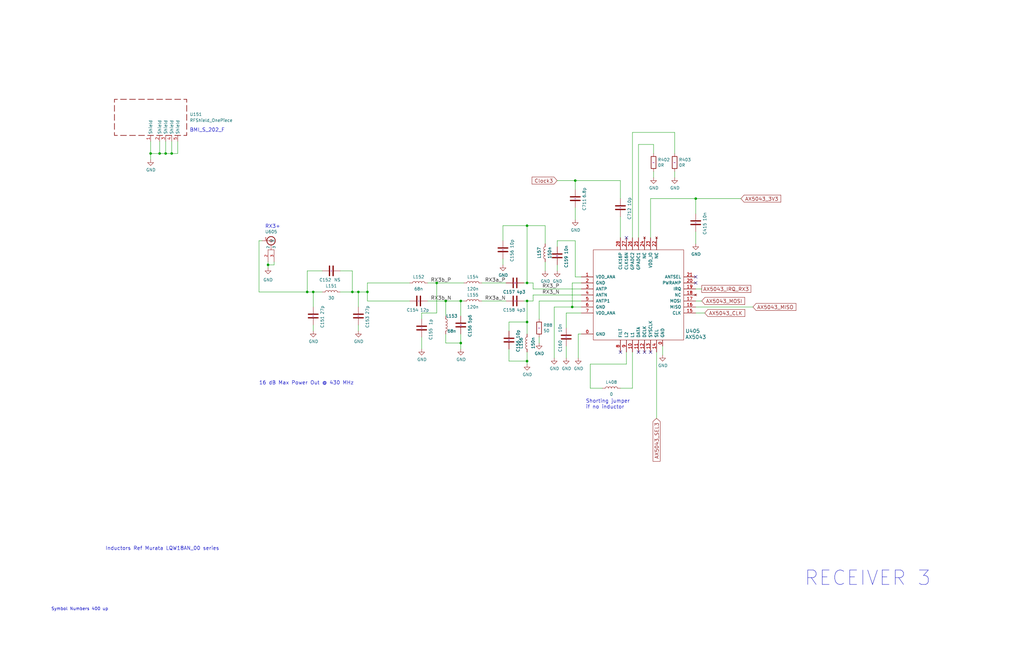
<source format=kicad_sch>
(kicad_sch (version 20230121) (generator eeschema)
  (paper "USLedger")
  (title_block (title "Radiation Tolerant PacSat Communication") (date "2023-06-17") (rev "A") (company "AMSAT-NA") (comment 1 "N5BRG"))
  (lib_symbols
    (symbol "Device:C" (pin_numbers hide) (pin_names (offset 0.254))
      (property "Reference" "C" (at 0.635 2.54 0))
      (property "Value" "C" (at 0.635 -2.54 0))
      (symbol "C_0_1"
        (polyline (pts (xy -2.032 -0.762) (xy 2.032 -0.762)) (stroke (width 0.508)))
        (polyline (pts (xy -2.032 0.762) (xy 2.032 0.762)) (stroke (width 0.508)))
      )
      (symbol "C_1_1"
        (pin passive line (at 0 3.81 270) (length 2.794) (name "~") (number "1"))
        (pin passive line (at 0 -3.81 90) (length 2.794) (name "~") (number "2"))
      )
    )
    (symbol "Device:L" (pin_numbers hide) (pin_names (offset 1.016) hide)
      (property "Reference" "L" (at -1.27 0 90))
      (property "Value" "L" (at 1.905 0 90))
      (symbol "L_0_1"
        (arc (start 0 -2.54) (mid 0.6323 -1.905) (end 0 -1.27))
        (arc (start 0 -1.27) (mid 0.6323 -0.635) (end 0 0))
        (arc (start 0 0) (mid 0.6323 0.635) (end 0 1.27))
        (arc (start 0 1.27) (mid 0.6323 1.905) (end 0 2.54))
      )
      (symbol "L_1_1"
        (pin passive line (at 0 3.81 270) (length 1.27) (name "1") (number "1"))
        (pin passive line (at 0 -3.81 90) (length 1.27) (name "2") (number "2"))
      )
    )
    (symbol "Device:R" (pin_numbers hide) (pin_names (offset 0))
      (property "Reference" "R" (at 2.032 0 90))
      (property "Value" "R" (at 0 0 90))
      (symbol "R_0_1"
        (rectangle (start -1.016 -2.54) (end 1.016 2.54) (stroke (width 0.254)))
      )
      (symbol "R_1_1"
        (pin passive line (at 0 3.81 270) (length 1.27) (name "~") (number "1"))
        (pin passive line (at 0 -3.81 90) (length 1.27) (name "~") (number "2"))
      )
    )
    (symbol "PACSAT_DEV_misc:AX5043" (pin_names (offset 1.016))
      (property "Reference" "U156" (at 16.51 -21.59 0))
      (property "Value" "AX5043" (at -5.08 0 0))
      (symbol "AX5043_0_1"
        (rectangle (start -19.05 19.05) (end 19.05 -19.05))
      )
      (symbol "AX5043_1_1"
        (pin passive line (at -24.13 -16.51 0) (length 5.08) (name "GND") (number "0"))
        (pin power_in line (at 10.16 -21.59 90) (length 2.54) (name "GND") (number "0"))
        (pin passive line (at -24.13 7.62 0) (length 5.08) (name "VDD_ANA") (number "1"))
        (pin passive line (at -2.54 -24.13 90) (length 5.08) (name "L1") (number "10"))
        (pin input line (at 0 -24.13 90) (length 5.08) (name "DATA") (number "11"))
        (pin input line (at 2.54 -24.13 90) (length 5.08) (name "DCLK") (number "12"))
        (pin output line (at 5.08 -24.13 90) (length 5.08) (name "SYSCLK") (number "13"))
        (pin input line (at 7.62 -24.13 90) (length 5.08) (name "SEL") (number "14"))
        (pin input line (at 24.13 -7.62 180) (length 5.08) (name "CLK") (number "15"))
        (pin tri_state line (at 24.13 -5.08 180) (length 5.08) (name "MISO") (number "16"))
        (pin input line (at 24.13 -2.54 180) (length 5.08) (name "MOSI") (number "17"))
        (pin no_connect line (at 24.13 0 180) (length 5.08) (name "NC") (number "18"))
        (pin output line (at 24.13 2.54 180) (length 5.08) (name "IRQ") (number "19"))
        (pin input line (at -24.13 5.08 0) (length 5.08) (name "GND") (number "2"))
        (pin output line (at 24.13 5.08 180) (length 5.08) (name "PWRAMP") (number "20"))
        (pin output line (at 24.13 7.62 180) (length 5.08) (name "ANTSEL") (number "21"))
        (pin no_connect line (at 7.62 24.13 270) (length 5.08) (name "NC") (number "22"))
        (pin passive line (at 5.08 24.13 270) (length 5.08) (name "VDD_IO") (number "23"))
        (pin no_connect line (at 2.54 24.13 270) (length 5.08) (name "NC") (number "24"))
        (pin input line (at 0 24.13 270) (length 5.08) (name "GPADC1") (number "25"))
        (pin input line (at -2.54 24.13 270) (length 5.08) (name "GPADC2") (number "26"))
        (pin passive line (at -5.08 24.13 270) (length 5.08) (name "CLK16N") (number "27"))
        (pin passive line (at -7.62 24.13 270) (length 5.08) (name "CLK16P") (number "28"))
        (pin bidirectional line (at -24.13 2.54 0) (length 5.08) (name "ANTP") (number "3"))
        (pin bidirectional line (at -24.13 0 0) (length 5.08) (name "ANTN") (number "4"))
        (pin output line (at -24.13 -2.54 0) (length 5.08) (name "ANTP1") (number "5"))
        (pin input line (at -24.13 -5.08 0) (length 5.08) (name "GND") (number "6"))
        (pin passive line (at -24.13 -7.62 0) (length 5.08) (name "VDD_ANA") (number "7"))
        (pin passive line (at -7.62 -24.13 90) (length 5.08) (name "FILT") (number "8"))
        (pin passive line (at -5.08 -24.13 90) (length 5.08) (name "L2") (number "9"))
      )
    )
    (symbol "PACSAT_DEV_misc:RF_SHIELD_BOX"
      (property "Reference" "U" (at -15.24 8.89 0))
      (symbol "RF_SHIELD_BOX_0_1"
        (polyline (pts (xy -16.51 -5.08) (xy -16.51 -2.54)) (stroke (width 0.254)))
        (polyline (pts (xy -16.51 -1.27) (xy -16.51 1.27)) (stroke (width 0.254)))
        (polyline (pts (xy -16.51 2.54) (xy -16.51 5.08)) (stroke (width 0.254)))
        (polyline (pts (xy -13.97 7.62) (xy -11.43 7.62)) (stroke (width 0.254)))
        (polyline (pts (xy -11.43 -7.62) (xy -13.97 -7.62)) (stroke (width 0.254)))
        (polyline (pts (xy -7.62 -7.62) (xy -10.16 -7.62)) (stroke (width 0.254)))
        (polyline (pts (xy -7.62 7.62) (xy -10.16 7.62)) (stroke (width 0.254)))
        (polyline (pts (xy -3.81 -7.62) (xy -6.35 -7.62)) (stroke (width 0.254)))
        (polyline (pts (xy -3.81 7.62) (xy -6.35 7.62)) (stroke (width 0.254)))
        (polyline (pts (xy -2.54 -7.62) (xy 0 -7.62)) (stroke (width 0.254)))
        (polyline (pts (xy 0 7.62) (xy -2.54 7.62)) (stroke (width 0.254)))
        (polyline (pts (xy 1.27 -7.62) (xy 3.81 -7.62)) (stroke (width 0.254)))
        (polyline (pts (xy 3.81 7.62) (xy 1.27 7.62)) (stroke (width 0.254)))
        (polyline (pts (xy 5.08 -7.62) (xy 7.62 -7.62)) (stroke (width 0.254)))
        (polyline (pts (xy 7.62 7.62) (xy 5.08 7.62)) (stroke (width 0.254)))
        (polyline (pts (xy 8.89 -7.62) (xy 11.43 -7.62)) (stroke (width 0.254)))
        (polyline (pts (xy 11.43 7.62) (xy 8.89 7.62)) (stroke (width 0.254)))
        (polyline (pts (xy 13.97 -5.08) (xy 13.97 -2.54)) (stroke (width 0.254)))
        (polyline (pts (xy 13.97 -1.27) (xy 13.97 1.27)) (stroke (width 0.254)))
        (polyline (pts (xy 13.97 2.54) (xy 13.97 5.08)) (stroke (width 0.254)))
        (polyline (pts (xy -16.51 6.35) (xy -16.51 7.62) (xy -15.24 7.62)) (stroke (width 0.254)))
        (polyline (pts (xy -15.24 -7.62) (xy -16.51 -7.62) (xy -16.51 -6.35)) (stroke (width 0.254)))
        (polyline (pts (xy 12.7 -7.62) (xy 13.97 -7.62) (xy 13.97 -6.35)) (stroke (width 0.254)))
        (polyline (pts (xy 13.97 6.35) (xy 13.97 7.62) (xy 12.7 7.62)) (stroke (width 0.254)))
      )
      (symbol "RF_SHIELD_BOX_1_1"
        (pin power_in line (at -1.27 -10.16 90) (length 2.54) (name "Shield") (number "1"))
        (pin power_in line (at 2.54 -10.16 90) (length 2.54) (name "Shield") (number "2"))
        (pin power_in line (at 5.08 -10.16 90) (length 2.54) (name "Shield") (number "3"))
        (pin power_in line (at 7.62 -10.16 90) (length 2.54) (name "Shield") (number "4"))
        (pin power_in line (at 10.16 -10.16 90) (length 2.54) (name "Shield") (number "5"))
      )
    )
    (symbol "PACSAT_DEV_misc:U_FL"
      (property "Reference" "U" (at -3.81 2.54 0))
      (symbol "U_FL_0_1"
        (polyline (pts (xy -1.27 -3.81) (xy 1.27 -3.81)))
        (polyline (pts (xy 0 -3.81) (xy 0 -1.778)))
        (circle (center 0 0) (radius 0.508) (stroke (width 0.2032)))
        (circle (center 0 0) (radius 1.778) (stroke (width 0.3048)))
      )
      (symbol "U_FL_1_1"
        (pin bidirectional line (at -3.81 0 0) (length 3.302) (name "In") (number "1"))
        (pin power_in line (at -1.27 -8.89 90) (length 5.08) (name "2") (number "2"))
        (pin power_in line (at 1.27 -8.89 90) (length 5.08) (name "3") (number "3"))
      )
    )
    (symbol "power:GND" (power) (pin_names (offset 0))
      (property "Value" "GND" (at 0 -3.81 0))
      (symbol "GND_0_1"
        (polyline (pts (xy 0 0) (xy 0 -1.27) (xy 1.27 -1.27) (xy 0 -2.54) (xy -1.27 -1.27) (xy 0 -1.27)))
      )
      (symbol "GND_1_1"
        (pin power_in line (at 0 0 270) (length 0) hide (name "GND") (number "1"))
      )
    )
  )
  (junction (at 194.31 144.78))
  (junction (at 222.25 135.89))
  (junction (at 151.13 123.19))
  (junction (at 154.94 123.19))
  (junction (at 63.5 64.77))
  (junction (at 222.25 127))
  (junction (at 194.31 127))
  (junction (at 187.96 127))
  (junction (at 148.59 123.19))
  (junction (at 69.85 64.77))
  (junction (at 241.3 129.54))
  (junction (at 242.57 76.2))
  (junction (at 72.39 64.77))
  (junction (at 67.31 64.77))
  (junction (at 222.25 95.25))
  (junction (at 184.15 119.38))
  (junction (at 222.25 152.4))
  (junction (at 222.25 119.38))
  (junction (at 132.08 123.19))
  (junction (at 113.03 111.76))
  (junction (at 129.54 123.19))
  (junction (at 293.37 83.82))
  (no_connect (at 271.78 148.59))
  (no_connect (at 261.62 148.59))
  (no_connect (at 264.16 100.33))
  (no_connect (at 293.37 116.84))
  (no_connect (at 274.32 148.59))
  (no_connect (at 269.24 148.59))
  (no_connect (at 293.37 119.38))
  (wire (pts (xy 242.57 116.84) (xy 242.57 101.6)))
  (wire (pts (xy 194.31 127) (xy 195.58 127)))
  (wire (pts (xy 154.94 119.38) (xy 172.72 119.38)))
  (wire (pts (xy 269.24 60.96) (xy 275.59 60.96)))
  (wire (pts (xy 148.59 123.19) (xy 151.13 123.19)))
  (wire (pts (xy 242.57 87.63) (xy 242.57 92.71)))
  (wire (pts (xy 227.33 127) (xy 227.33 134.62)))
  (wire (pts (xy 293.37 83.82) (xy 312.42 83.82)))
  (wire (pts (xy 74.93 59.69) (xy 74.93 64.77)))
  (wire (pts (xy 222.25 127) (xy 222.25 135.89)))
  (wire (pts (xy 229.87 95.25) (xy 229.87 102.87)))
  (wire (pts (xy 187.96 127) (xy 187.96 133.35)))
  (wire (pts (xy 245.11 116.84) (xy 242.57 116.84)))
  (wire (pts (xy 194.31 127) (xy 194.31 133.35)))
  (wire (pts (xy 184.15 119.38) (xy 195.58 119.38)))
  (wire (pts (xy 284.48 55.88) (xy 284.48 64.77)))
  (wire (pts (xy 222.25 148.59) (xy 222.25 152.4)))
  (wire (pts (xy 151.13 123.19) (xy 154.94 123.19)))
  (wire (pts (xy 224.79 119.38) (xy 224.79 121.92)))
  (wire (pts (xy 261.62 163.83) (xy 266.7 163.83)))
  (wire (pts (xy 63.5 59.69) (xy 63.5 64.77)))
  (wire (pts (xy 261.62 91.44) (xy 261.62 100.33)))
  (wire (pts (xy 261.62 76.2) (xy 242.57 76.2)))
  (wire (pts (xy 220.98 119.38) (xy 222.25 119.38)))
  (wire (pts (xy 184.15 132.08) (xy 177.8 132.08)))
  (wire (pts (xy 177.8 132.08) (xy 177.8 134.62)))
  (wire (pts (xy 110.49 101.6) (xy 109.22 101.6)))
  (wire (pts (xy 233.68 151.13) (xy 233.68 129.54)))
  (wire (pts (xy 238.76 132.08) (xy 238.76 138.43)))
  (wire (pts (xy 203.2 127) (xy 213.36 127)))
  (wire (pts (xy 234.95 111.76) (xy 234.95 114.3)))
  (wire (pts (xy 264.16 153.67) (xy 248.92 153.67)))
  (wire (pts (xy 293.37 90.17) (xy 293.37 83.82)))
  (wire (pts (xy 261.62 76.2) (xy 261.62 83.82)))
  (wire (pts (xy 67.31 64.77) (xy 63.5 64.77)))
  (wire (pts (xy 224.79 127) (xy 224.79 124.46)))
  (wire (pts (xy 234.95 101.6) (xy 234.95 104.14)))
  (wire (pts (xy 220.98 127) (xy 222.25 127)))
  (wire (pts (xy 135.89 114.3) (xy 129.54 114.3)))
  (wire (pts (xy 184.15 119.38) (xy 184.15 132.08)))
  (wire (pts (xy 269.24 60.96) (xy 269.24 100.33)))
  (wire (pts (xy 154.94 127) (xy 172.72 127)))
  (wire (pts (xy 129.54 114.3) (xy 129.54 123.19)))
  (wire (pts (xy 109.22 101.6) (xy 109.22 123.19)))
  (wire (pts (xy 132.08 137.16) (xy 132.08 139.7)))
  (wire (pts (xy 212.09 101.6) (xy 212.09 95.25)))
  (wire (pts (xy 266.7 148.59) (xy 266.7 163.83)))
  (wire (pts (xy 113.03 110.49) (xy 113.03 111.76)))
  (wire (pts (xy 67.31 59.69) (xy 67.31 64.77)))
  (wire (pts (xy 243.84 140.97) (xy 243.84 151.13)))
  (wire (pts (xy 148.59 114.3) (xy 148.59 123.19)))
  (wire (pts (xy 113.03 111.76) (xy 115.57 111.76)))
  (wire (pts (xy 212.09 95.25) (xy 222.25 95.25)))
  (wire (pts (xy 248.92 153.67) (xy 248.92 163.83)))
  (wire (pts (xy 279.4 146.05) (xy 279.4 149.86)))
  (wire (pts (xy 187.96 144.78) (xy 194.31 144.78)))
  (wire (pts (xy 242.57 101.6) (xy 234.95 101.6)))
  (wire (pts (xy 227.33 142.24) (xy 227.33 144.78)))
  (wire (pts (xy 177.8 142.24) (xy 177.8 147.32)))
  (wire (pts (xy 274.32 83.82) (xy 293.37 83.82)))
  (wire (pts (xy 69.85 64.77) (xy 72.39 64.77)))
  (wire (pts (xy 109.22 123.19) (xy 129.54 123.19)))
  (wire (pts (xy 113.03 111.76) (xy 113.03 113.03)))
  (wire (pts (xy 284.48 72.39) (xy 284.48 74.93)))
  (wire (pts (xy 115.57 110.49) (xy 115.57 111.76)))
  (wire (pts (xy 293.37 121.92) (xy 295.91 121.92)))
  (wire (pts (xy 132.08 123.19) (xy 135.89 123.19)))
  (wire (pts (xy 227.33 127) (xy 245.11 127)))
  (wire (pts (xy 214.63 135.89) (xy 222.25 135.89)))
  (wire (pts (xy 151.13 137.16) (xy 151.13 139.7)))
  (wire (pts (xy 293.37 127) (xy 295.91 127)))
  (wire (pts (xy 222.25 152.4) (xy 222.25 153.67)))
  (wire (pts (xy 245.11 119.38) (xy 241.3 119.38)))
  (wire (pts (xy 222.25 135.89) (xy 222.25 140.97)))
  (wire (pts (xy 276.86 148.59) (xy 276.86 176.53)))
  (wire (pts (xy 275.59 72.39) (xy 275.59 74.93)))
  (wire (pts (xy 238.76 146.05) (xy 238.76 151.13)))
  (wire (pts (xy 132.08 129.54) (xy 132.08 123.19)))
  (wire (pts (xy 242.57 76.2) (xy 242.57 80.01)))
  (wire (pts (xy 67.31 64.77) (xy 69.85 64.77)))
  (wire (pts (xy 293.37 97.79) (xy 293.37 102.87)))
  (wire (pts (xy 266.7 55.88) (xy 284.48 55.88)))
  (wire (pts (xy 72.39 59.69) (xy 72.39 64.77)))
  (wire (pts (xy 143.51 123.19) (xy 148.59 123.19)))
  (wire (pts (xy 274.32 100.33) (xy 274.32 83.82)))
  (wire (pts (xy 214.63 147.32) (xy 214.63 152.4)))
  (wire (pts (xy 233.68 129.54) (xy 241.3 129.54)))
  (wire (pts (xy 194.31 140.97) (xy 194.31 144.78)))
  (wire (pts (xy 129.54 123.19) (xy 132.08 123.19)))
  (wire (pts (xy 151.13 129.54) (xy 151.13 123.19)))
  (wire (pts (xy 224.79 121.92) (xy 245.11 121.92)))
  (wire (pts (xy 214.63 139.7) (xy 214.63 135.89)))
  (wire (pts (xy 187.96 140.97) (xy 187.96 144.78)))
  (wire (pts (xy 224.79 124.46) (xy 245.11 124.46)))
  (wire (pts (xy 234.95 76.2) (xy 242.57 76.2)))
  (wire (pts (xy 194.31 144.78) (xy 194.31 147.32)))
  (wire (pts (xy 203.2 119.38) (xy 213.36 119.38)))
  (wire (pts (xy 241.3 129.54) (xy 245.11 129.54)))
  (wire (pts (xy 229.87 95.25) (xy 222.25 95.25)))
  (wire (pts (xy 248.92 163.83) (xy 254 163.83)))
  (wire (pts (xy 180.34 119.38) (xy 184.15 119.38)))
  (wire (pts (xy 229.87 110.49) (xy 229.87 114.3)))
  (wire (pts (xy 143.51 114.3) (xy 148.59 114.3)))
  (wire (pts (xy 293.37 132.08) (xy 297.18 132.08)))
  (wire (pts (xy 214.63 152.4) (xy 222.25 152.4)))
  (wire (pts (xy 74.93 64.77) (xy 72.39 64.77)))
  (wire (pts (xy 293.37 129.54) (xy 317.5 129.54)))
  (wire (pts (xy 63.5 64.77) (xy 63.5 67.31)))
  (wire (pts (xy 222.25 127) (xy 224.79 127)))
  (wire (pts (xy 241.3 119.38) (xy 241.3 129.54)))
  (wire (pts (xy 212.09 109.22) (xy 212.09 111.76)))
  (wire (pts (xy 187.96 127) (xy 194.31 127)))
  (wire (pts (xy 245.11 132.08) (xy 238.76 132.08)))
  (wire (pts (xy 266.7 55.88) (xy 266.7 100.33)))
  (wire (pts (xy 222.25 95.25) (xy 222.25 119.38)))
  (wire (pts (xy 245.11 140.97) (xy 243.84 140.97)))
  (wire (pts (xy 154.94 123.19) (xy 154.94 127)))
  (wire (pts (xy 154.94 119.38) (xy 154.94 123.19)))
  (wire (pts (xy 264.16 148.59) (xy 264.16 153.67)))
  (wire (pts (xy 180.34 127) (xy 187.96 127)))
  (wire (pts (xy 69.85 59.69) (xy 69.85 64.77)))
  (wire (pts (xy 275.59 60.96) (xy 275.59 64.77)))
  (wire (pts (xy 222.25 119.38) (xy 224.79 119.38)))
  (text "RECEIVER 3" (at 339.09 247.65 0) (effects (font (size 6.096 6.096)) (justify left bottom)))
  (text "BMI_S_202_F" (at 80.01 55.88 0) (effects (font (size 1.524 1.524)) (justify left bottom)))
  (text "16 dB Max Power Out @ 430 MHz" (at 109.22 162.56 0) (effects (font (size 1.524 1.524)) (justify left bottom)))
  (text "Symbol Numbers 400 up" (at 21.59 257.81 0) (effects (font (size 1.27 1.27)) (justify left bottom)))
  (text "Shorting jumper\nif no inductor" (at 247.015 172.72 0) (effects (font (size 1.524 1.524)) (justify left bottom)))
  (text "Inductors Ref Murata LQW18AN_00 series" (at 44.45 232.41 0) (effects (font (size 1.524 1.524)) (justify left bottom)))
  (text "RX3+" (at 111.76 96.52 0) (effects (font (size 1.524 1.524)) (justify left bottom)))
  (label "RX3a_P" (at 204.47 119.38 0) (effects (font (size 1.524 1.524))))
  (label "RX3a_N" (at 204.47 127 0) (effects (font (size 1.524 1.524))))
  (label "RX3_N" (at 228.6 124.46 0) (effects (font (size 1.524 1.524))))
  (label "RX3_P" (at 228.6 121.92 0) (effects (font (size 1.524 1.524))))
  (label "RX3b_P" (at 181.61 119.38 0) (effects (font (size 1.524 1.524))))
  (label "RX3b_N" (at 181.61 127 0) (effects (font (size 1.524 1.524))))
  (global_label "AX5043_SEL3" (shape input) (at 276.86 176.53 270) (effects (font (size 1.524 1.524))) (property "Intersheetrefs" "${INTERSHEET_REFS}" (effects hide)))
  (global_label "AX5043_IRQ_RX3" (shape passive) (at 295.91 121.92 0) (effects (font (size 1.524 1.524))) (property "Intersheetrefs" "${INTERSHEET_REFS}" (effects hide)))
  (global_label "Clock3" (shape input) (at 234.95 76.2 180) (effects (font (size 1.524 1.524))) (property "Intersheetrefs" "${INTERSHEET_REFS}" (effects hide)))
  (global_label "AX5043_CLK" (shape input) (at 297.18 132.08 0) (effects (font (size 1.524 1.524))) (property "Intersheetrefs" "${INTERSHEET_REFS}" (effects hide)))
  (global_label "AX5043_MISO" (shape input) (at 317.5 129.54 0) (effects (font (size 1.524 1.524))) (property "Intersheetrefs" "${INTERSHEET_REFS}" (effects hide)))
  (global_label "AX5043_MOSI" (shape input) (at 295.91 127 0) (effects (font (size 1.524 1.524))) (property "Intersheetrefs" "${INTERSHEET_REFS}" (effects hide)))
  (global_label "AX5043_3V3" (shape input) (at 312.42 83.82 0) (effects (font (size 1.524 1.524))) (property "Intersheetrefs" "${INTERSHEET_REFS}" (effects hide)))
  (symbol (lib_id "Device:C") (at 177.8 138.43 0) (unit 1)
    (property "Reference" "C155" (at 181.61 140.97 90))
    (property "Value" "1p" (at 181.61 135.89 90))
    (property "Footprint" "Capacitor_SMD:C_0603_1608Metric_Pad1.08x0.95mm_HandSolder" (effects hide))
    (property "Datasheet" "~" (at 177.8 138.43 0))
    (instances (project "PacSat+dev+revC_230909" (path "" (reference "C155") (unit 1)) (path "" (reference "C405") (unit 1))))
  )
  (symbol (lib_id "Device:R") (at 275.59 68.58 0) (unit 1)
    (property "Reference" "R402" (at 277.368 67.4116 0) (effects (justify left)))
    (property "Value" "0R" (at 277.368 69.723 0) (effects (justify left)))
    (property "Footprint" "Resistor_SMD:R_0603_1608Metric_Pad0.98x0.95mm_HandSolder" (effects hide))
    (property "Datasheet" "~" (at 275.59 68.58 0))
  )
  (symbol (lib_id "power:GND") (at 222.25 153.67 0) (unit 1)
    (property "Reference" "#PWR0175" (effects hide))
    (property "Value" "GND" (at 222.377 158.0642 0))
    (instances (project "PacSat+dev+revC_230909" (path "" (reference "#PWR0175") (unit 1)) (path "" (reference "#PWR0408") (unit 1))))
  )
  (symbol (lib_id "Device:C") (at 151.13 133.35 0) (unit 1)
    (property "Reference" "C153" (at 154.94 135.89 90))
    (property "Value" "27p" (at 154.94 130.81 90))
    (property "Footprint" "Capacitor_SMD:C_0603_1608Metric_Pad1.08x0.95mm_HandSolder" (effects hide))
    (property "Datasheet" "~" (at 151.13 133.35 0))
    (instances (project "PacSat+dev+revC_230909" (path "" (reference "C153") (unit 1)) (path "" (reference "C403") (unit 1))))
  )
  (symbol (lib_id "power:GND") (at 63.5 67.31 0) (unit 1)
    (property "Reference" "#PWR0161" (effects hide))
    (property "Value" "GND" (at 63.627 71.7042 0))
    (instances (project "PacSat+dev+revC_230909" (path "" (reference "#PWR0161") (unit 1)) (path "" (reference "#PWR0619") (unit 1))))
  )
  (symbol (lib_id "power:GND") (at 233.68 151.13 0) (unit 1)
    (property "Reference" "#PWR0177" (effects hide))
    (property "Value" "GND" (at 233.807 155.5242 0))
    (instances (project "PacSat+dev+revC_230909" (path "" (reference "#PWR0177") (unit 1)) (path "" (reference "#PWR0411") (unit 1))))
  )
  (symbol (lib_id "power:GND") (at 284.48 74.93 0) (unit 1)
    (property "Reference" "#PWR0418" (effects hide))
    (property "Value" "GND" (at 284.607 79.3242 0))
  )
  (symbol (lib_id "power:GND") (at 113.03 113.03 0) (unit 1)
    (property "Reference" "#PWR0614" (effects hide))
    (property "Value" "GND" (at 113.03 118.11 0))
    (instances (project "PacSat+dev+revC_230909" (path "" (reference "#PWR0614") (unit 1)) (path "" (reference "#PWR0402") (unit 1))))
  )
  (symbol (lib_id "Device:L") (at 199.39 127 90) (unit 1)
    (property "Reference" "L155" (at 199.39 124.46 90))
    (property "Value" "120n" (at 199.39 129.54 90))
    (property "Footprint" "PacSatDev_misc:L_Murata_LQH2MCNxxxx02_2.0x1.6mm" (effects hide))
    (instances (project "PacSat+dev+revC_230909" (path "" (reference "L155") (unit 1)) (path "" (reference "L405") (unit 1))))
  )
  (symbol (lib_id "Device:L") (at 199.39 119.38 90) (unit 1)
    (property "Reference" "L154" (at 199.39 116.84 90))
    (property "Value" "120n" (at 199.39 121.92 90))
    (property "Footprint" "PacSatDev_misc:L_Murata_LQH2MCNxxxx02_2.0x1.6mm" (effects hide))
    (instances (project "PacSat+dev+revC_230909" (path "" (reference "L154") (unit 1)) (path "" (reference "L404") (unit 1))))
  )
  (symbol (lib_id "power:GND") (at 243.84 151.13 0) (unit 1)
    (property "Reference" "#PWR0181" (effects hide))
    (property "Value" "GND" (at 243.967 155.5242 0))
    (instances (project "PacSat+dev+revC_230909" (path "" (reference "#PWR0181") (unit 1)) (path "" (reference "#PWR0415") (unit 1))))
  )
  (symbol (lib_id "power:GND") (at 242.57 92.71 0) (unit 1)
    (property "Reference" "#PWR0735" (effects hide))
    (property "Value" "GND" (at 242.697 97.1042 0))
    (instances (project "PacSat+dev+revC_230909" (path "" (reference "#PWR0735") (unit 1)) (path "" (reference "#PWR0414") (unit 1))))
  )
  (symbol (lib_id "power:GND") (at 293.37 102.87 0) (unit 1)
    (property "Reference" "#PWR0419" (effects hide))
    (property "Value" "GND" (at 293.497 107.2642 0))
  )
  (symbol (lib_id "Device:L") (at 176.53 119.38 90) (unit 1)
    (property "Reference" "L152" (at 176.53 116.84 90))
    (property "Value" "68n" (at 176.53 121.92 90))
    (property "Footprint" "PacSatDev_misc:L_Murata_LQH2MCNxxxx02_2.0x1.6mm" (effects hide))
    (instances (project "PacSat+dev+revC_230909" (path "" (reference "L152") (unit 1)) (path "" (reference "L402") (unit 1))))
  )
  (symbol (lib_id "Device:L") (at 222.25 144.78 180) (unit 1)
    (property "Reference" "L156" (at 219.71 144.78 90))
    (property "Value" "150n" (at 224.79 144.78 90))
    (property "Footprint" "PacSatDev_misc:L_Murata_LQH2MCNxxxx02_2.0x1.6mm" (effects hide))
    (instances (project "PacSat+dev+revC_230909" (path "" (reference "L156") (unit 1)) (path "" (reference "L406") (unit 1))))
  )
  (symbol (lib_id "Device:C") (at 238.76 142.24 0) (unit 1)
    (property "Reference" "C160" (at 236.22 146.05 90))
    (property "Value" "10n" (at 236.22 138.43 90))
    (property "Footprint" "Capacitor_SMD:C_0603_1608Metric_Pad1.08x0.95mm_HandSolder" (effects hide))
    (property "Datasheet" "~" (at 238.76 142.24 0))
    (instances (project "PacSat+dev+revC_230909" (path "" (reference "C160") (unit 1)) (path "" (reference "C412") (unit 1))))
  )
  (symbol (lib_id "power:GND") (at 229.87 114.3 0) (unit 1)
    (property "Reference" "#PWR0176" (effects hide))
    (property "Value" "GND" (at 229.997 118.6942 0))
    (instances (project "PacSat+dev+revC_230909" (path "" (reference "#PWR0176") (unit 1)) (path "" (reference "#PWR0410") (unit 1))))
  )
  (symbol (lib_id "PACSAT_DEV_misc:U_FL") (at 114.3 101.6 0) (unit 1)
    (property "Reference" "U605" (at 111.76 97.79 0) (effects (justify left)))
    (property "Value" "~" (at 114.3 101.6 0))
    (property "Footprint" "PacSatDev_misc:U_FL" (effects hide))
    (instances (project "PacSat+dev+revC_230909" (path "" (reference "U605") (unit 1)) (path "" (reference "P401") (unit 1))))
  )
  (symbol (lib_id "Device:R") (at 284.48 68.58 0) (unit 1)
    (property "Reference" "R403" (at 286.258 67.4116 0) (effects (justify left)))
    (property "Value" "0R" (at 286.258 69.723 0) (effects (justify left)))
    (property "Footprint" "Resistor_SMD:R_0603_1608Metric_Pad0.98x0.95mm_HandSolder" (effects hide))
    (property "Datasheet" "~" (at 284.48 68.58 0))
  )
  (symbol (lib_id "power:GND") (at 132.08 139.7 0) (unit 1)
    (property "Reference" "#PWR0171" (effects hide))
    (property "Value" "GND" (at 132.207 144.0942 0))
    (instances (project "PacSat+dev+revC_230909" (path "" (reference "#PWR0171") (unit 1)) (path "" (reference "#PWR0403") (unit 1))))
  )
  (symbol (lib_id "Device:C") (at 217.17 119.38 270) (unit 1)
    (property "Reference" "C157" (at 214.63 123.19 90))
    (property "Value" "4p3" (at 219.71 123.19 90))
    (property "Footprint" "Capacitor_SMD:C_0603_1608Metric_Pad1.08x0.95mm_HandSolder" (effects hide))
    (property "Datasheet" "~" (at 217.17 119.38 0))
    (instances (project "PacSat+dev+revC_230909" (path "" (reference "C157") (unit 1)) (path "" (reference "C409") (unit 1))))
  )
  (symbol (lib_id "Device:C") (at 217.17 127 270) (unit 1)
    (property "Reference" "C158" (at 214.63 130.81 90))
    (property "Value" "4p3" (at 219.71 130.81 90))
    (property "Footprint" "Capacitor_SMD:C_0603_1608Metric_Pad1.08x0.95mm_HandSolder" (effects hide))
    (property "Datasheet" "~" (at 217.17 127 0))
    (instances (project "PacSat+dev+revC_230909" (path "" (reference "C158") (unit 1)) (path "" (reference "C410") (unit 1))))
  )
  (symbol (lib_id "power:GND") (at 275.59 74.93 0) (unit 1)
    (property "Reference" "#PWR0416" (effects hide))
    (property "Value" "GND" (at 275.717 79.3242 0))
  )
  (symbol (lib_id "power:GND") (at 212.09 111.76 0) (unit 1)
    (property "Reference" "#PWR0176" (effects hide))
    (property "Value" "GND" (at 212.217 116.1542 0))
    (instances (project "PacSat+dev+revC_230909" (path "" (reference "#PWR0176") (unit 1)) (path "" (reference "#PWR0407") (unit 1))))
  )
  (symbol (lib_id "Device:L") (at 257.81 163.83 90) (unit 1)
    (property "Reference" "L408" (at 257.81 161.29 90))
    (property "Value" "0" (at 257.81 166.37 90))
    (property "Footprint" "PacSatDev_misc:L_Murata_LQH2MCNxxxx02_2.0x1.6mm" (effects hide))
  )
  (symbol (lib_id "Device:C") (at 139.7 114.3 270) (unit 1)
    (property "Reference" "C152" (at 137.16 118.11 90))
    (property "Value" "NS" (at 142.24 118.11 90))
    (property "Footprint" "Capacitor_SMD:C_0603_1608Metric_Pad1.08x0.95mm_HandSolder" (effects hide))
    (property "Datasheet" "~" (at 139.7 114.3 0))
    (instances (project "PacSat+dev+revC_230909" (path "" (reference "C152") (unit 1)) (path "" (reference "C402") (unit 1))))
  )
  (symbol (lib_id "Device:C") (at 176.53 127 270) (unit 1)
    (property "Reference" "C154" (at 173.99 130.81 90))
    (property "Value" "12p" (at 179.07 130.81 90))
    (property "Footprint" "Capacitor_SMD:C_0603_1608Metric_Pad1.08x0.95mm_HandSolder" (effects hide))
    (property "Datasheet" "~" (at 176.53 127 0))
    (instances (project "PacSat+dev+revC_230909" (path "" (reference "C154") (unit 1)) (path "" (reference "C404") (unit 1))))
  )
  (symbol (lib_id "PACSAT_DEV_misc:RF_SHIELD_BOX") (at 64.77 49.53 0) (unit 1)
    (property "Reference" "U151" (at 80.01 48.26 0) (effects (justify left)))
    (property "Value" "RFShield_OnePiece" (at 80.01 50.8 0) (effects (justify left)))
    (property "Footprint" "PacSatDev_misc:RF_SHIELD_BMI_S_202_F_U401" (effects hide))
    (instances (project "PacSat+dev+revC_230909" (path "" (reference "U151") (unit 1)) (path "" (reference "U401") (unit 1))))
  )
  (symbol (lib_id "Device:L") (at 187.96 137.16 0) (unit 1)
    (property "Reference" "L153" (at 190.5 133.35 0))
    (property "Value" "68n" (at 190.5 139.7 0))
    (property "Footprint" "PacSatDev_misc:L_Murata_LQH2MCNxxxx02_2.0x1.6mm" (effects hide))
    (instances (project "PacSat+dev+revC_230909" (path "" (reference "L153") (unit 1)) (path "" (reference "L403") (unit 1))))
  )
  (symbol (lib_id "Device:L") (at 139.7 123.19 90) (unit 1)
    (property "Reference" "L151" (at 139.7 120.65 90))
    (property "Value" "30" (at 139.7 125.73 90))
    (property "Footprint" "PacSatDev_misc:L_Murata_LQH2MCNxxxx02_2.0x1.6mm" (effects hide))
    (instances (project "PacSat+dev+revC_230909" (path "" (reference "L151") (unit 1)) (path "" (reference "L401") (unit 1))))
  )
  (symbol (lib_id "Device:C") (at 261.62 87.63 0) (unit 1)
    (property "Reference" "C712" (at 265.43 90.17 90))
    (property "Value" "10p" (at 265.43 85.09 90))
    (property "Footprint" "Capacitor_SMD:C_0603_1608Metric_Pad1.08x0.95mm_HandSolder" (effects hide))
    (property "Datasheet" "~" (at 261.62 87.63 0))
    (instances (project "PacSat+dev+revC_230909" (path "" (reference "C712") (unit 1)) (path "" (reference "C414") (unit 1))))
  )
  (symbol (lib_id "power:GND") (at 279.4 149.86 0) (unit 1)
    (property "Reference" "#PWR0173" (effects hide))
    (property "Value" "GND" (at 279.527 154.2542 0))
    (instances (project "PacSat+dev+revC_230909" (path "" (reference "#PWR0173") (unit 1)) (path "" (reference "#PWR0417") (unit 1))))
  )
  (symbol (lib_id "Device:C") (at 214.63 143.51 0) (unit 1)
    (property "Reference" "C156" (at 218.44 146.05 90))
    (property "Value" "10p" (at 218.44 140.97 90))
    (property "Footprint" "Capacitor_SMD:C_0603_1608Metric_Pad1.08x0.95mm_HandSolder" (effects hide))
    (property "Datasheet" "~" (at 214.63 143.51 0))
    (instances (project "PacSat+dev+revC_230909" (path "" (reference "C156") (unit 1)) (path "" (reference "C408") (unit 1))))
  )
  (symbol (lib_id "power:GND") (at 151.13 139.7 0) (unit 1)
    (property "Reference" "#PWR0172" (effects hide))
    (property "Value" "GND" (at 151.257 144.0942 0))
    (instances (project "PacSat+dev+revC_230909" (path "" (reference "#PWR0172") (unit 1)) (path "" (reference "#PWR0404") (unit 1))))
  )
  (symbol (lib_id "Device:C") (at 132.08 133.35 0) (unit 1)
    (property "Reference" "C151" (at 135.89 135.89 90))
    (property "Value" "27p" (at 135.89 130.81 90))
    (property "Footprint" "Capacitor_SMD:C_0603_1608Metric_Pad1.08x0.95mm_HandSolder" (effects hide))
    (property "Datasheet" "~" (at 132.08 133.35 0))
    (instances (project "PacSat+dev+revC_230909" (path "" (reference "C151") (unit 1)) (path "" (reference "C401") (unit 1))))
  )
  (symbol (lib_id "Device:C") (at 234.95 107.95 0) (unit 1)
    (property "Reference" "C159" (at 238.76 110.49 90))
    (property "Value" "10n" (at 238.76 105.41 90))
    (property "Footprint" "Capacitor_SMD:C_0603_1608Metric_Pad1.08x0.95mm_HandSolder" (effects hide))
    (property "Datasheet" "~" (at 234.95 107.95 0))
    (instances (project "PacSat+dev+revC_230909" (path "" (reference "C159") (unit 1)) (path "" (reference "C411") (unit 1))))
  )
  (symbol (lib_id "Device:C") (at 212.09 105.41 0) (unit 1)
    (property "Reference" "C156" (at 215.9 107.95 90))
    (property "Value" "10p" (at 215.9 102.87 90))
    (property "Footprint" "Capacitor_SMD:C_0603_1608Metric_Pad1.08x0.95mm_HandSolder" (effects hide))
    (property "Datasheet" "~" (at 212.09 105.41 0))
    (instances (project "PacSat+dev+revC_230909" (path "" (reference "C156") (unit 1)) (path "" (reference "C407") (unit 1))))
  )
  (symbol (lib_id "power:GND") (at 194.31 147.32 0) (unit 1)
    (property "Reference" "#PWR0174" (effects hide))
    (property "Value" "GND" (at 194.437 151.7142 0))
    (instances (project "PacSat+dev+revC_230909" (path "" (reference "#PWR0174") (unit 1)) (path "" (reference "#PWR0406") (unit 1))))
  )
  (symbol (lib_id "power:GND") (at 177.8 147.32 0) (unit 1)
    (property "Reference" "#PWR0173" (effects hide))
    (property "Value" "GND" (at 177.927 151.7142 0))
    (instances (project "PacSat+dev+revC_230909" (path "" (reference "#PWR0173") (unit 1)) (path "" (reference "#PWR0405") (unit 1))))
  )
  (symbol (lib_id "Device:C") (at 194.31 137.16 0) (unit 1)
    (property "Reference" "C156" (at 198.12 139.7 90))
    (property "Value" "5p6" (at 198.12 134.62 90))
    (property "Footprint" "Capacitor_SMD:C_0603_1608Metric_Pad1.08x0.95mm_HandSolder" (effects hide))
    (property "Datasheet" "~" (at 194.31 137.16 0))
    (instances (project "PacSat+dev+revC_230909" (path "" (reference "C156") (unit 1)) (path "" (reference "C406") (unit 1))))
  )
  (symbol (lib_id "power:GND") (at 234.95 114.3 0) (unit 1)
    (property "Reference" "#PWR0178" (effects hide))
    (property "Value" "GND" (at 235.077 118.6942 0))
    (instances (project "PacSat+dev+revC_230909" (path "" (reference "#PWR0178") (unit 1)) (path "" (reference "#PWR0412") (unit 1))))
  )
  (symbol (lib_id "Device:R") (at 227.33 138.43 0) (unit 1)
    (property "Reference" "R88" (at 229.108 137.2616 0) (effects (justify left)))
    (property "Value" "50" (at 229.108 139.573 0) (effects (justify left)))
    (property "Footprint" "Resistor_SMD:R_0603_1608Metric_Pad0.98x0.95mm_HandSolder" (effects hide))
    (property "Datasheet" "~" (at 227.33 138.43 0))
    (instances (project "PacSat+dev+revC_230909" (path "" (reference "R88") (unit 1)) (path "" (reference "R401") (unit 1))))
  )
  (symbol (lib_id "power:GND") (at 238.76 151.13 0) (unit 1)
    (property "Reference" "#PWR0179" (effects hide))
    (property "Value" "GND" (at 238.887 155.5242 0))
    (instances (project "PacSat+dev+revC_230909" (path "" (reference "#PWR0179") (unit 1)) (path "" (reference "#PWR0413") (unit 1))))
  )
  (symbol (lib_id "power:GND") (at 227.33 144.78 0) (unit 1)
    (property "Reference" "#PWR0191" (effects hide))
    (property "Value" "GND" (at 227.457 149.1742 0))
    (instances (project "PacSat+dev+revC_230909" (path "" (reference "#PWR0191") (unit 1)) (path "" (reference "#PWR0409") (unit 1))))
  )
  (symbol (lib_id "Device:C") (at 293.37 93.98 0) (unit 1)
    (property "Reference" "C415" (at 297.18 96.52 90))
    (property "Value" "10n" (at 297.18 91.44 90))
    (property "Footprint" "Capacitor_SMD:C_0603_1608Metric_Pad1.08x0.95mm_HandSolder" (effects hide))
    (property "Datasheet" "~" (at 293.37 93.98 0))
  )
  (symbol (lib_id "Device:C") (at 242.57 83.82 0) (unit 1)
    (property "Reference" "C711" (at 246.38 86.36 90))
    (property "Value" "6.8p" (at 246.38 81.28 90))
    (property "Footprint" "Capacitor_SMD:C_0603_1608Metric_Pad1.08x0.95mm_HandSolder" (effects hide))
    (property "Datasheet" "~" (at 242.57 83.82 0))
    (instances (project "PacSat+dev+revC_230909" (path "" (reference "C711") (unit 1)) (path "" (reference "C413") (unit 1))))
  )
  (symbol (lib_id "Device:L") (at 229.87 106.68 180) (unit 1)
    (property "Reference" "L157" (at 227.33 106.68 90))
    (property "Value" "150n" (at 231.775 106.68 90))
    (property "Footprint" "PacSatDev_misc:L_Murata_LQH2MCNxxxx02_2.0x1.6mm" (effects hide))
    (instances (project "PacSat+dev+revC_230909" (path "" (reference "L157") (unit 1)) (path "" (reference "L407") (unit 1))))
  )
  (symbol (lib_id "PACSAT_DEV_misc:AX5043") (at 269.24 124.46 0) (unit 1)
    (property "Reference" "U405" (at 292.1 139.7 0) (effects (font (size 1.524 1.524))))
    (property "Value" "AX5043" (at 293.37 142.24 0) (effects (font (size 1.524 1.524))))
    (property "Footprint" "PacSatDev_onsemi:QFN28" (effects hide))
  )
)
</source>
